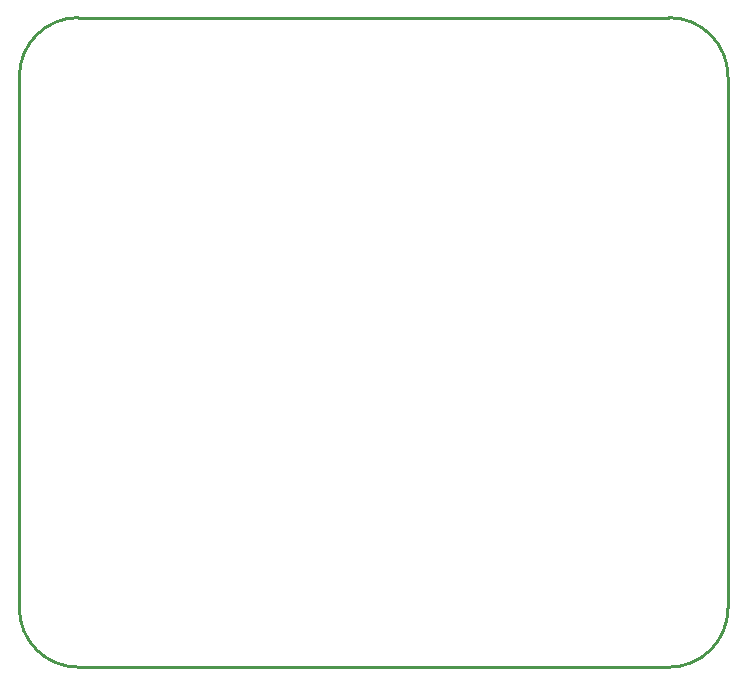
<source format=gko>
%FSDAX24Y24*%
%MOIN*%
%SFA1B1*%

%IPPOS*%
%ADD22C,0.010000*%
%LNmetr4810_pcb_c_layout-1*%
%LPD*%
G54D22*
X000000Y019685D02*
D01*
D01*
G75*
G03X-001969Y017717I0J-1969D01*
G74*G01*
X021654D02*
D01*
D01*
G75*
G03X019685Y019685I-1967J0D01*
G74*G01*
Y-001969D02*
D01*
D01*
G75*
G03X021654Y000000I0J1968D01*
G74*G01*
X-001969D02*
D01*
D01*
G75*
G03X000000Y-001969I1969J0D01*
G74*G01*
X019685*
X-001969Y000000D02*
Y017717D01*
X000000Y019685D02*
X019685D01*
X021654Y000000D02*
Y017717D01*
M02*
</source>
